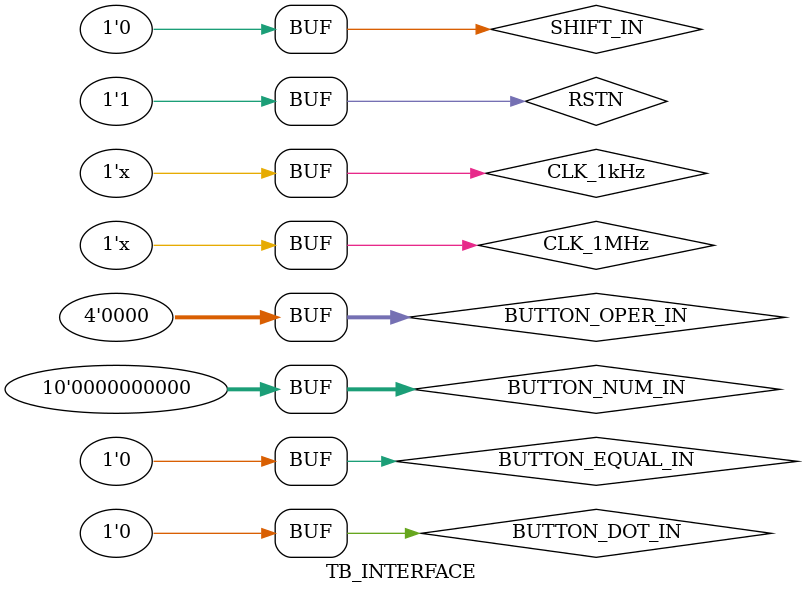
<source format=v>
`timescale 1ns / 1ps


module TB_INTERFACE;

	// Inputs
	reg CLK_1kHz;
	reg CLK_1MHz;
	reg RSTN;
	reg [9:0] BUTTON_NUM_IN;
	reg BUTTON_DOT_IN;
	reg BUTTON_EQUAL_IN;
	reg [3:0] BUTTON_OPER_IN;
	reg SHIFT_IN;

	// Outputs
	wire LCD_E;
	wire LCD_RS;
	wire LCD_RW;
	wire [7:0] LCD_DATA;
	//wire [3:0] SEG_COM;
	//wire [7:0] SEG_DATA;
	
//	wire ena, enb, wea;
//	wire [15:0] ENABLE_IN;
//	wire [8:0] top_addra;
//	wire [8:0] doa;
//	wire [35:0] doa;
//	wire [8:0] dob;
//	wire [35:0] dob;
//	wire [10:0] addra;
//	wire [8:0] addra;
//	wire [10:0] addrb;
//	wire [8:0] addrb;
//	wire [2:0] state;
//	wire [8:0] tmp;
//	wire [1:0] conv_state;
//	wire [31:0] result;
//	wire complete;
	
//	wire [2:0] state_lcd;
//	wire [9:0] CNT;

	wire [31:0] result;
	wire finish;
	wire en_exp_cvstate;
	wire [27:0] BCD_result;
	wire [7:0] exp_result_BCD;
	wire result_complete;
	wire [6:0] exp_result;
	wire [1:0] n2bstate;

	// Instantiate the Unit Under Test (UUT)
	MB_INTERFACE uut (
		.CLK_1kHz(CLK_1kHz), 
		.CLK_1MHz(CLK_1MHz), 
		.RSTN(RSTN), 
		.LCD_E(LCD_E), 
		.LCD_RS(LCD_RS), 
		.LCD_RW(LCD_RW), 
		.LCD_DATA(LCD_DATA), 
	//	.SEG_COM(SEG_COM), 
	//	.SEG_DATA(SEG_DATA), 
		.BUTTON_NUM_IN(BUTTON_NUM_IN), 
		.BUTTON_DOT_IN(BUTTON_DOT_IN), 
		.BUTTON_EQUAL_IN(BUTTON_EQUAL_IN), 
		.BUTTON_OPER_IN(BUTTON_OPER_IN), 
		.SHIFT_IN(SHIFT_IN)
		
		,.n2bstate(n2bstate)
		,.en_exp_cvstate(en_exp_cvstate)
		,.BCD_result_store(BCD_result)
		,.exp_result(exp_result)
		,.exp_result_BCD(exp_result_BCD)
		,.result_complete(result_complete)
		,.cal_result(result)
		,.cal_finish(finish)
	//	.top_addr_inf_a(top_addra),
	//	.en_inf_a(ena),
	//	.en_inf_b(enb),
	//	.we_inf_a(wea),
	//	.ENABLE_IN(ENABLE_IN),
	//	.do_inf_a(doa),
	//	.do_inf_b(dob),
	//	.addr_inf_a(addra),
	//	.addr_inf_b(addrb),
	//	.b2ncvstate(state),
	//	.conv_proc_tmp(tmp),
	//	.conv_state(conv_state),
	//	.conv_result(result),
	//	.conv_complete(complete)
	);

	initial begin
		// Initialize Inputs
		CLK_1kHz = 0;
		CLK_1MHz = 0;
		RSTN = 0;
		BUTTON_NUM_IN = 0;
		BUTTON_DOT_IN = 0;
		BUTTON_EQUAL_IN = 0;
		BUTTON_OPER_IN = 0;
		SHIFT_IN = 0;

		// Wait 100 ns for global reset to finish
		#1500;
      RSTN = 1;
		// Add stimulus here
		#800;
		BUTTON_NUM_IN = 10'b01000_00000; //2
		#800;
		BUTTON_NUM_IN = 0;
			
		#800;
		BUTTON_NUM_IN = 10'b00010_00000; //4
		#800;
		BUTTON_NUM_IN = 0;
		
		#800;
		BUTTON_DOT_IN = 1;
		#800;
		BUTTON_DOT_IN = 0;
		
		#800;
		BUTTON_NUM_IN = 10'b00100_00000; //3
		#800;
		BUTTON_NUM_IN = 0;
		
		#800;
		BUTTON_OPER_IN = 4'b0100; //-
		#800;
		BUTTON_OPER_IN = 0;
		
		#500;
		SHIFT_IN = 1;
		#300;
		BUTTON_OPER_IN = 4'b1000; //(
		#1300;
		SHIFT_IN = 0;
		BUTTON_OPER_IN = 0;
		
		#800;
		BUTTON_NUM_IN = 10'b00001_00000; //5
		#800;
		BUTTON_NUM_IN = 0;
		
		#800;
		BUTTON_OPER_IN = 4'b1000; // +
		#800;
		BUTTON_OPER_IN = 0;
		
		#800;
		BUTTON_NUM_IN = 10'b00000_00001; //0
		#800;
		BUTTON_NUM_IN = 0;
		
		#500;
		SHIFT_IN = 1;
		#300;
		BUTTON_OPER_IN = 4'b0100; //)
		#1300;
		SHIFT_IN = 0;
		BUTTON_OPER_IN = 0;
		
		#800;
		BUTTON_OPER_IN = 4'b0010; // *
		#800;
		BUTTON_OPER_IN = 0;
		
		#800;
		BUTTON_NUM_IN = 10'b00010_00000; //4
		#800;
		BUTTON_NUM_IN = 0;
		
		#800;
		BUTTON_EQUAL_IN = 1;
		#800;
		BUTTON_EQUAL_IN = 0;
		
		
	end
	always #250 CLK_1MHz=!CLK_1MHz;
	always #1000 CLK_1kHz=!CLK_1kHz;
      
endmodule


</source>
